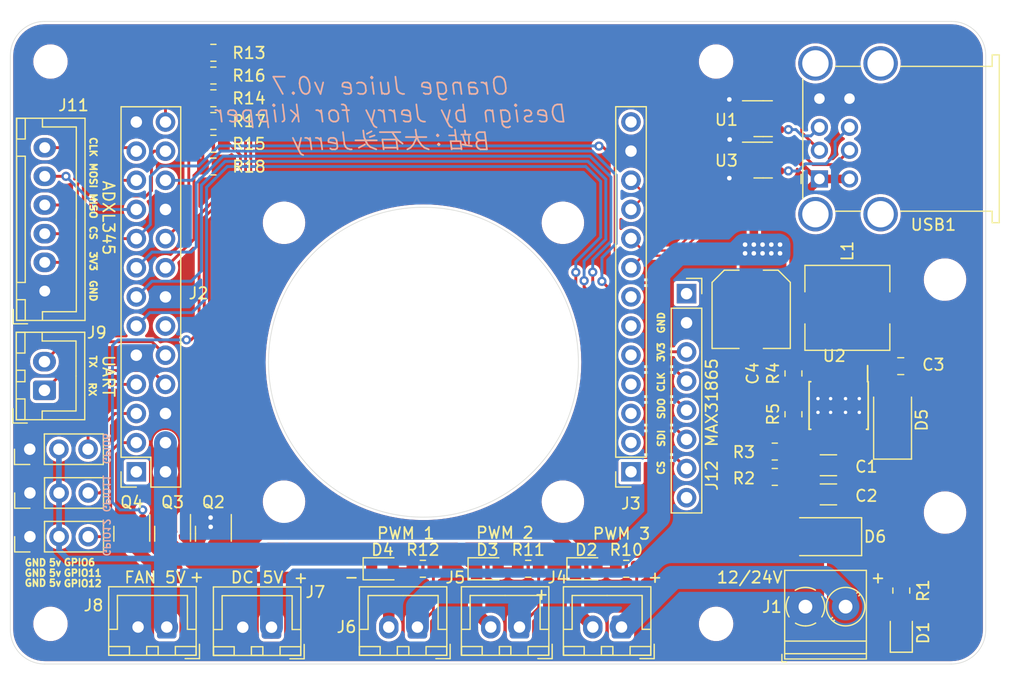
<source format=kicad_pcb>
(kicad_pcb (version 20211014) (generator pcbnew)
  (layers (0 "F.Cu" signal) (31 "B.Cu" signal) (34 "B.Paste" user) (35 "F.Paste" user) (36 "B.SilkS" user "B.Silkscreen") (37 "F.SilkS" user "F.Silkscreen") (38 "B.Mask" user) (39 "F.Mask" user) (44 "Edge.Cuts" user))
  (net 0 "")
  (net 1 "GND")
  (net 2 "BUCK_IN")
  (net 3 "BUCK_OUT")
  (net 4 "BUCK_PH")
  (net 5 "BUCK_BOOT")
  (net 6 "Net-(D1-Pad2)")
  (net 7 "Net-(D2-Pad1)")
  (net 8 "Net-(D2-Pad2)")
  (net 9 "Net-(D3-Pad1)")
  (net 10 "Net-(D3-Pad2)")
  (net 11 "Net-(D4-Pad1)")
  (net 12 "Net-(D4-Pad2)")
  (net 13 "BUCK_VSNS")
  (net 15 "UART1_RX")
  (net 16 "UART1_TX")
  (net 17 "GPIO_1_CS")
  (net 19 "GPIO_0_SDI")
  (net 20 "GPIO_3_SDO")
  (net 21 "GPIO_19")
  (net 22 "GPIO_18")
  (net 23 "SPI1_MOSI")
  (net 24 "SPI1_MISO")
  (net 25 "GPIO_2_CLK")
  (net 26 "SPI1_CLK")
  (net 27 "SPI1_CS")
  (net 28 "GPIO_10")
  (net 36 "USB3_D+")
  (net 37 "USB3_D-")
  (net 38 "USB2_D+")
  (net 39 "USB2_D-")
  (net 40 "Net-(Q2-Pad1)")
  (net 41 "Net-(Q3-Pad1)")
  (net 42 "Net-(Q4-Pad1)")
  (net 43 "BUCK_EN")
  (net 48 "PI_3.3V")
  (net 51 "USB2_Conn_D-")
  (net 52 "USB2_Conn_D+")
  (net 53 "USB3_Conn_D-")
  (net 54 "USB3_Conn_D+")
  (net 55 "GPIO12")
  (net 56 "GPIO11")
  (net 57 "GPIO6")
  (footprint "Package_TO_SOT_SMD:SOT-23" (layer "F.Cu") (at 104.14 104.648 -90)
    (property "Reference" "Q3")
    (property "Value" "AO3400A")
    (fp_text reference "Q3")
    (fp_text value "AO3400A")
  )
  (footprint "Package_TO_SOT_SMD:SOT-23" (layer "F.Cu") (at 107.696 104.648 -90)
    (property "Reference" "Q2")
    (property "Value" "AO3400A")
    (fp_text reference "Q2")
    (fp_text value "AO3400A")
  )
  (footprint "Diode_SMD:D_SMA" (layer "F.Cu") (at 166.878 94.742 90)
    (fp_text reference "D5")
    (fp_text value "B340A")
  )
  (footprint "Resistor_SMD:R_0805_2012Metric" (layer "F.Cu") (at 167.64 109.601 -90)
    (property "Reference" "R7")
    (property "Value" "4k7")
    (fp_text reference "R1")
    (fp_text value "4.7K")
  )
  (footprint "Connector_JST:JST_XH_B2B-XH-A_1x02_P2.50mm_Vertical" (layer "F.Cu") (at 92.975 92.15 90)
    (property "Reference" "J11")
    (property "Value" "CONN_UART")
    (fp_text reference "J9")
    (fp_text value "CONN_UART")
  )
  (footprint "Resistor_SMD:R_0805_2012Metric" (layer "F.Cu") (at 125.9515 107.701)
    (property "Reference" "R10")
    (property "Value" "4k7")
    (fp_text reference "R12")
    (fp_text value "4K7")
  )
  (footprint "Resistor_SMD:R_0805_2012Metric" (layer "F.Cu") (at 107.696 68.6816 180)
    (property "Reference" "R9")
    (property "Value" "10k")
    (fp_text reference "R17")
    (fp_text value "10K")
  )
  (footprint "Capacitor_SMD:C_Elec_6.3x5.4" (layer "F.Cu") (at 154.559 85.09 -90)
    (fp_text reference "C4")
    (fp_text value "220uF")
  )
  (footprint "Resistor_SMD:R_0805_2012Metric" (layer "F.Cu") (at 107.696 62.738 180)
    (property "Reference" "R5")
    (property "Value" "100")
    (fp_text reference "R13")
    (fp_text value "100")
  )
  (footprint "Capacitor_SMD:C_0805_2012Metric" (layer "F.Cu") (at 167.5892 90.043 180)
    (fp_text reference "C3")
    (fp_text value "10nF")
  )
  (footprint "LED_SMD:LED_0805_2012Metric" (layer "F.Cu") (at 131.572 107.701)
    (property "Reference" "D3")
    (property "Value" "PWM2_STATUS")
    (fp_text reference "D3")
    (fp_text value "PWM2_STATUS")
  )
  (footprint "Connector_PinSocket_2.54mm:PinSocket_2x13_P2.54mm_Vertical" (layer "F.Cu") (at 100.98 99.25 180)
    (property "Reference" "J4")
    (property "Value" "OrangePi Zero GPIO PINs")
    (fp_text reference "J2")
    (fp_text value "OrangePi Zero GPIO PINs")
  )
  (footprint "Connector_PinSocket_2.54mm:PinSocket_1x13_P2.54mm_Vertical" (layer "F.Cu") (at 144.085 99.245 180)
    (property "Reference" "J7")
    (property "Value" "OrangePi Zero Function Interface")
    (fp_text reference "J3")
    (fp_text value "OrangePi Zero Function Interface")
  )
  (footprint "Resistor_SMD:R_0805_2012Metric" (layer "F.Cu") (at 107.696 72.644 180)
    (property "Reference" "R15")
    (property "Value" "10k")
    (fp_text reference "R18")
    (fp_text value "10K")
  )
  (footprint "Connector_JST:JST_XH_B2B-XH-A_1x02_P2.50mm_Vertical" (layer "F.Cu") (at 103.632 112.776 180)
    (property "Reference" "J9")
    (property "Value" "PWR_5v")
    (fp_text reference "J8")
    (fp_text value "PWR_5v")
  )
  (footprint "Connector_JST:JST_XH_B2B-XH-A_1x02_P2.50mm_Vertical" (layer "F.Cu") (at 125.476 112.781 180)
    (property "Reference" "J15")
    (property "Value" "PWM_OUT3")
    (fp_text reference "J6")
    (fp_text value "PWM_OUT3")
  )
  (footprint "Resistor_SMD:R_0805_2012Metric" (layer "F.Cu") (at 107.696 70.6628 180)
    (property "Reference" "R14")
    (property "Value" "100")
    (fp_text reference "R15")
    (fp_text value "100")
  )
  (footprint "LED_SMD:LED_0805_2012Metric" (layer "F.Cu") (at 167.64 113.284 90)
    (property "Reference" "D3")
    (property "Value" "PWM2_STATUS")
    (fp_text reference "D1")
    (fp_text value "LED_PWR")
  )
  (footprint "Resistor_SMD:R_0805_2012Metric" (layer "F.Cu") (at 107.696 64.7192 180)
    (property "Reference" "R6")
    (property "Value" "10k")
    (fp_text reference "R16")
    (fp_text value "10K")
  )
  (footprint "MountingHole:MountingHole_3.2mm_M3" (layer "F.Cu") (at 113.85 101.85)
    (property "Reference" "H7")
    (property "Value" "MH_FAN")
    (fp_text reference "H8" hide)
    (fp_text value "MH_FAN")
  )
  (footprint "LED_SMD:LED_0805_2012Metric" (layer "F.Cu") (at 140.1875 107.701)
    (property "Reference" "D2")
    (property "Value" "PWM1_STATUS")
    (fp_text reference "D2")
    (fp_text value "PWM1_STATUS")
  )
  (footprint "Resistor_SMD:R_0805_2012Metric" (layer "F.Cu") (at 158.242 90.678 -90)
    (fp_text reference "R4")
    (fp_text value "10K")
  )
  (footprint "MountingHole:MountingHole_3.2mm_M3" (layer "F.Cu") (at 138.15 77.55)
    (property "Reference" "H6")
    (property "Value" "MH_FAN")
    (fp_text reference "H5" hide)
    (fp_text value "MH_FAN")
  )
  (footprint "Connector_JST:JST_XH_B2B-XH-A_1x02_P2.50mm_Vertical" (layer "F.Cu") (at 134.366 112.776 180)
    (property "Reference" "J12")
    (property "Value" "PWM_OUT2")
    (fp_text reference "J5")
    (fp_text value "PWM_OUT2")
  )
  (footprint "Diode_SMD:D_SMA" (layer "F.Cu") (at 160.782 104.902 180)
    (fp_text reference "D6")
    (fp_text value "SMAJ24A")
  )
  (footprint "Package_SO:TI_SO-PowerPAD-8_ThermalVias" (layer "F.Cu") (at 162.179 93.472 -90)
    (fp_text reference "U2")
    (fp_text value "TPS5430DDA")
  )
  (footprint "Resistor_SMD:R_0805_2012Metric" (layer "F.Cu") (at 156.6164 99.695 180)
    (fp_text reference "R2")
    (fp_text value "100K")
  )
  (footprint "Package_TO_SOT_SMD:SOT-23" (layer "F.Cu") (at 100.584 104.648 -90)
    (property "Reference" "Q4")
    (property "Value" "AO3400A")
    (fp_text reference "Q4")
    (fp_text value "AO3400A")
  )
  (footprint "MountingHole:MountingHole_3.2mm_M3" (layer "F.Cu") (at 171.45 82.5)
    (property "Reference" "H9")
    (property "Value" "MH_MAX31865")
    (fp_text reference "H3" hide)
    (fp_text value "MH_MAX31865")
  )
  (footprint "Connector_JST:JST_XH_B6B-XH-A_1x06_P2.50mm_Vertical" (layer "F.Cu") (at 93 83.5 90)
    (property "Reference" "J3")
    (property "Value" "CONN_ADXL345")
    (fp_text reference "J11")
    (fp_text value "CONN_ADXL345")
  )
  (footprint "MountingHole:MountingHole_3.2mm_M3" (layer "F.Cu") (at 138.15 101.85)
    (property "Reference" "H8")
    (property "Value" "MH_FAN")
    (fp_text reference "H10" hide)
    (fp_text value "MH_FAN")
  )
  (footprint "Package_TO_SOT_SMD:SOT-23-6" (layer "F.Cu") (at 155.6004 68.4784)
    (fp_text reference "U1")
    (fp_text value "USBLC6-2SC6")
  )
  (footprint "Inductor_SMD:L_7.3x7.3_H4.5" (layer "F.Cu") (at 162.941 84.963 180)
    (fp_text reference "L1")
    (fp_text value "22uH")
  )
  (footprint "MountingHole:MountingHole_2.5mm" (layer "F.Cu") (at 93.5 63.5)
    (property "Reference" "")
    (property "Value" "MH_Board")
    (fp_text reference "")
    (fp_text value "MH_Board")
  )
  (footprint "MountingHole:MountingHole_2.5mm" (layer "F.Cu") (at 151.5 63.5)
    (property "Reference" "")
    (property "Value" "MH_Board")
    (fp_text reference "")
    (fp_text value "MH_Board")
  )
  (footprint "Resistor_SMD:R_0805_2012Metric" (layer "F.Cu") (at 107.696 66.7004 180)
    (property "Reference" "R8")
    (property "Value" "100")
    (fp_text reference "R14")
    (fp_text value "100")
  )
  (footprint "Resistor_SMD:R_0805_2012Metric" (layer "F.Cu") (at 156.6164 97.4852 180)
    (fp_text reference "R3")
    (fp_text value "25K")
  )
  (footprint "LED_SMD:LED_0805_2012Metric" (layer "F.Cu") (at 122.428 107.701)
    (property "Reference" "D4")
    (property "Value" "PWM3_STATUS")
    (fp_text reference "D4")
    (fp_text value "PWM3_STATUS")
  )
  (footprint "Resistor_SMD:R_0805_2012Metric" (layer "F.Cu") (at 158.242 94.234 -90)
    (fp_text reference "R5")
    (fp_text value "3.24K")
  )
  (footprint "TerminalBlock_Phoenix:TerminalBlock_Phoenix_PT-1,5-2-3.5-H_1x02_P3.50mm_Horizontal" (layer "F.Cu") (at 159.286 111)
    (property "Reference" "J2")
    (property "Value" "DC_INPUT")
    (fp_text reference "J1")
    (fp_text value "DC_IN")
  )
  (footprint "Resistor_SMD:R_0805_2012Metric" (layer "F.Cu") (at 143.6715 107.701)
    (property "Reference" "R4")
    (property "Value" "4k7")
    (fp_text reference "R10")
    (fp_text value "4K7")
  )
  (footprint "Connector_PinSocket_2.54mm:PinSocket_1x08_P2.54mm_Vertical" (layer "F.Cu") (at 148.925 83.725)
    (fp_text reference "J12")
    (fp_text value "Conn_01x08")
  )
  (footprint "Connector_JST:JST_XH_B2B-XH-A_1x02_P2.50mm_Vertical" (layer "F.Cu") (at 112.756 112.793 180)
    (property "Reference" "J8")
    (property "Value" "FAN_5v")
    (fp_text reference "J7")
    (fp_text value "FAN_5v")
  )
  (footprint "MountingHole:MountingHole_3.2mm_M3" (layer "F.Cu") (at 171.45 102.8)
    (property "Reference" "H10")
    (property "Value" "MH_MAX31865")
    (fp_text reference "H6" hide)
    (fp_text value "MH_MAX31865")
  )
  (footprint "MountingHole:MountingHole_2.5mm" (layer "F.Cu") (at 93.5 112.5)
    (property "Reference" "")
    (property "Value" "MH_Board")
    (fp_text reference "")
    (fp_text value "MH_Board")
  )
  (footprint "Connector_USB:USB_A_Wuerth_61400826021_Horizontal_Stacked" (layer "F.Cu") (at 160.506 73.731 90)
    (property "Reference" "USB1")
    (property "Value" "USB_A_Port_x2")
    (fp_text reference "USB1")
    (fp_text value "USB_A_Port_x2")
  )
  (footprint "MountingHole:MountingHole_2.5mm" (layer "F.Cu") (at 151.5 112.5)
    (property "Reference" "")
    (property "Value" "MH_Board")
    (fp_text reference "")
    (fp_text value "MH_Board")
  )
  (footprint "Connector_PinHeader_2.54mm:PinHeader_1x03_P2.54mm_Vertical" (layer "F.Cu") (at 91.694 97.282 90)
    (fp_text reference "")
    (fp_text value "GPIO6_Head")
  )
  (footprint "Capacitor_SMD:C_1206_3216Metric" (layer "F.Cu") (at 161.29 101.219 180)
    (fp_text reference "C2")
    (fp_text value "10uF")
  )
  (footprint "Connector_PinHeader_2.54mm:PinHeader_1x03_P2.54mm_Vertical" (layer "F.Cu") (at 91.709 104.902 90)
    (fp_text reference "")
    (fp_text value "GPIO12_Head")
  )
  (footprint "Connector_PinHeader_2.54mm:PinHeader_1x03_P2.54mm_Vertical" (layer "F.Cu") (at 91.709 101.092 90)
    (fp_text reference "")
    (fp_text value "GPIO11_Head")
  )
  (footprint "Capacitor_SMD:C_1206_3216Metric" (layer "F.Cu") (at 161.29 98.679 180)
    (fp_text reference "C1")
    (fp_text value "10uF")
  )
  (footprint "Resistor_SMD:R_0805_2012Metric" (layer "F.Cu") (at 135.128 107.701)
    (property "Reference" "R7")
    (property "Value" "4k7")
    (fp_text reference "R11")
    (fp_text value "4K7")
  )
  (footprint "Connector_JST:JST_XH_B2B-XH-A_1x02_P2.50mm_Vertical" (layer "F.Cu") (at 143.256 112.776 180)
    (property "Reference" "J10")
    (property "Value" "PWM_OUT1")
    (fp_text reference "J4")
    (fp_text value "PWM_OUT1")
  )
  (footprint "MountingHole:MountingHole_3.2mm_M3" (layer "F.Cu") (at 113.85 77.55)
    (property "Reference" "H5")
    (property "Value" "MH_FAN")
    (fp_text reference "H2" hide)
    (fp_text value "MH_FAN")
  )
  (footprint "Package_TO_SOT_SMD:SOT-23-6" (layer "F.Cu") (at 155.6004 72.0852)
    (fp_text reference "U3")
    (fp_text value "USBLC6-2SC6")
  )
  (gr_line locked (start 93 116) (end 172 116) (layer "Edge.Cuts") (width 0.05))
  (gr_arc locked (start 90 63) (mid 90.87868 60.87868) (end 93 60) (layer "Edge.Cuts") (width 0.05))
  (gr_line locked (start 175 63) (end 175 113) (layer "Edge.Cuts") (width 0.05))
  (gr_arc locked (start 172 60) (mid 174.12132 60.87868) (end 175 63) (layer "Edge.Cuts") (width 0.05))
  (gr_arc locked (start 93 116) (mid 90.87868 115.12132) (end 90 113) (layer "Edge.Cuts") (width 0.05))
  (gr_arc locked (start 175 113) (mid 174.12132 115.12132) (end 172 116) (layer "Edge.Cuts") (width 0.05))
  (gr_line locked (start 93 60) (end 172 60) (layer "Edge.Cuts") (width 0.05))
  (gr_line locked (start 90 63) (end 90 113) (layer "Edge.Cuts") (width 0.05))
  (gr_circle locked (center 126 89.7) (end 139.5 89.7) (layer "Edge.Cuts") (width 0.05) (fill none))
  (gr_text "Orange Juice v0.7\nDesign by Jerry for klipper\nB站：大石头Jerry" (at 123.2 68.05) (layer "B.SilkS") (effects (font (size 1.5 1.5) (thickness 0.15) italic) (justify mirror)))
  (gr_text "GPIO11" (at 98.37 101.13 270) (layer "B.SilkS") (effects (font (size 0.6 0.6) (thickness 0.12)) (justify mirror)))
  (gr_text "GPIO6" (at 98.37 97.23 270) (layer "B.SilkS") (effects (font (size 0.6 0.6) (thickness 0.12)) (justify mirror)))
  (gr_text "GPIO12" (at 98.37 104.97 270) (layer "B.SilkS") (effects (font (size 0.6 0.6) (thickness 0.12)) (justify mirror)))
  (gr_text "GND" (at 97.22 83.48 270) (layer "F.SilkS") (effects (font (size 0.6 0.6))))
  (gr_text "GPIO12" (at 96.31 108.98) (layer "F.SilkS") (effects (font (size 0.6 0.6))))
  (gr_text "SDI" (at 146.73 96.33 90) (layer "F.SilkS") (effects (font (size 0.6 0.6))))
  (gr_text "MOSI" (at 97.22 73.43 270) (layer "F.SilkS") (effects (font (size 0.6 0.6))))
  (gr_text "GPIO11" (at 96.31 108.07) (layer "F.SilkS") (effects (font (size 0.6 0.6))))
  (gr_text "CLK" (at 146.71 91.424285 90) (layer "F.SilkS") (effects (font (size 0.6 0.6))))
  (gr_text "PWM 1" (at 124.46 104.61) (layer "F.SilkS") (effects (font (size 1 1))))
  (gr_text "GND" (at 92.19 107.17) (layer "F.SilkS") (effects (font (size 0.6 0.6))))
  (gr_text "CS" (at 97.22 78.43 270) (layer "F.SilkS") (effects (font (size 0.6 0.6))))
  (gr_text "FAN 5V" (at 102.616 108.458) (layer "F.SilkS") (effects (font (size 1 1))))
  (gr_text "+" (at 106.172 108.458 90) (layer "F.SilkS") (effects (font (size 1 1))))
  (gr_text "GND" (at 92.19 108.07) (layer "F.SilkS") (effects (font (size 0.6 0.6))))
  (gr_text "MISO" (at 97.22 76.08 270) (layer "F.SilkS") (effects (font (size 0.6 0.6))))
  (gr_text "GND" (at 92.19 108.94) (layer "F.SilkS") (effects (font (size 0.6 0.6))))
  (gr_text "+" (at 115.316 108.458) (layer "F.SilkS") (effects (font (size 1 1))))
  (gr_text "12/24V" (at 154.432 108.458) (layer "F.SilkS") (effects (font (size 1 1))))
  (gr_text "3V3" (at 146.71 88.822857 90) (layer "F.SilkS") (effects (font (size 0.6 0.6))))
  (gr_text "RX" (at 97.15 92.06 270) (layer "F.SilkS") (effects (font (size 0.6 0.6))))
  (gr_text "CS" (at 146.71 98.9 90) (layer "F.SilkS") (effects (font (size 0.6 0.6))))
  (gr_text "5v" (at 93.9 108.07) (layer "F.SilkS") (effects (font (size 0.6 0.6))))
  (gr_text "GPIO6" (at 96.024286 107.15) (layer "F.SilkS") (effects (font (size 0.6 0.6))))
  (gr_text "+" (at 146.18 108.41) (layer "F.SilkS") (effects (font (size 1 1))))
  (gr_text "PWM 3" (at 143.256 104.648) (layer "F.SilkS") (effects (font (size 1 1))))
  (gr_text "UART" (at 98.55 90.91 270) (layer "F.SilkS") (effects (font (size 1 1))))
  (gr_text "+" (at 136.29 109.9) (layer "F.SilkS") (effects (font (size 1 1))))
  (gr_text "TX" (at 97.19 89.65 270) (layer "F.SilkS") (effects (font (size 0.6 0.6))))
  (gr_text "PWM 2" (at 133.096 104.56) (layer "F.SilkS") (effects (font (size 1 1))))
  (gr_text "5v" (at 93.9 108.94) (layer "F.SilkS") (effects (font (size 0.6 0.6))))
  (gr_text "ADXL345" (at 98.55 77.13 270) (layer "F.SilkS") (effects (font (size 1 1))))
  (gr_text "5v" (at 93.9 107.17) (layer "F.SilkS") (effects (font (size 0.6 0.6))))
  (gr_text "3V3" (at 97.22 80.9 270) (layer "F.SilkS") (effects (font (size 0.6 0.6))))
  (gr_text "SDO" (at 146.73 93.74 90) (layer "F.SilkS") (effects (font (size 0.6 0.6))))
  (gr_text "DC 5V" (at 111.506 108.458) (layer "F.SilkS") (effects (font (size 1 1))))
  (gr_text "+" (at 165.608 108.458) (layer "F.SilkS") (effects (font (size 1 1))))
  (gr_text "MAX31865" (at 151.13 93.218 90) (layer "F.SilkS") (effects (font (size 1 1))))
  (gr_text "GND" (at 146.72 86.26 90) (layer "F.SilkS") (effects (font (size 0.6 0.6))))
  (gr_text "-" (at 119.73 108.41) (layer "F.SilkS") (effects (font (size 1 1))))
  (gr_text "CLK" (at 97.22 70.95 270) (layer "F.SilkS") (effects (font (size 0.6 0.6))))
  (via (at 107.46 104.05) (size 0.8) (drill 0.4) (layers "F.Cu" "B.Cu") (net 1))
  (via (at 152.654 73.66) (size 0.8) (drill 0.4) (layers "F.Cu" "B.Cu") (net 1))
  (via (at 152.654 66.802) (size 0.8) (drill 0.4) (layers "F.Cu" "B.Cu") (net 1))
  (via (at 152.68 70.29) (size 0.8) (drill 0.4) (layers "F.Cu" "B.Cu") (net 1))
  (via (at 107.45 103.24) (size 0.8) (drill 0.4) (layers "F.Cu" "B.Cu") (net 1))
  (segment (start 151.59 91.1) (end 151.57 91.08) (width 0.25) (layer "B.Cu") (net 1))
  (segment (start 162.814 98.728) (end 162.814 99.695) (width 0.25) (layer "F.Cu") (net 2))
  (segment (start 167.64 108.6885) (end 162.9645 108.6885) (width 0.25) (layer "F.Cu") (net 2))
  (segment (start 136.0405 111.1015) (end 134.366 112.776) (width 0.25) (layer "F.Cu") (net 2))
  (segment (start 136.0405 107.701) (end 136.0405 111.1015) (width 0.25) (layer "F.Cu") (net 2))
  (segment (start 144.584 111.448) (end 143.256 112.776) (width 0.25) (layer "F.Cu") (net 2))
  (segment (start 126.864 107.701) (end 126.864 111.393) (width 0.25) (layer "F.Cu") (net 2))
  (segment (start 162.9645 108.6885) (end 162.782 108.506) (width 0.25) (layer "F.Cu") (net 2))
  (segment (start 162.765 98.679) (end 162.814 98.728) (width 0.25) (layer "F.Cu") (net 2))
  (segment (start 162.814 99.695) (end 162.56 99.949) (width 0.25) (layer "F.Cu") (net 2))
  (segment (start 144.584 107.701) (end 144.584 111.448) (width 0.25) (layer "F.Cu") (net 2))
  (segment (start 126.864 111.393) (end 125.476 112.781) (width 0.25) (layer "F.Cu") (net 2))
  (segment (start 162.782 108.506) (end 162.782 104.902) (width 0.25) (layer "F.Cu") (net 2))
  (segment (start 157.7829 99.949) (end 157.5289 99.695) (width 0.25) (layer "F.Cu") (net 2))
  (segment (start 162.56 99.949) (end 157.7829 99.949) (width 0.25) (layer "F.Cu") (net 2))
  (segment (start 145.922 110.318) (end 145.13 111.11) (width 2) (layer "B.Cu") (net 2))
  (segment (start 147.662 108.578) (end 147.662 108.458) (width 2) (layer "B.Cu") (net 2))
  (segment (start 143.218 112.738) (end 143.256 112.776) (width 2) (layer "B.Cu") (net 2))
  (segment (start 145.922 109.728) (end 143.218 109.728) (width 2) (layer "B.Cu") (net 2))
  (segment (start 125.476 110.998) (end 125.476 112.781) (width 2) (layer "B.Cu") (net 2))
  (segment (start 145.13 111.11) (end 147.662 108.578) (width 2) (layer "B.Cu") (net 2))
  (segment (start 130.672 109.728) (end 126.746 109.728) (width 2) (layer "B.Cu") (net 2))
  (segment (start 162.786 110.208) (end 162.786 111) (width 2) (layer "B.Cu") (net 2))
  (segment (start 161.036 108.458) (end 147.662 108.458) (width 2) (layer "B.Cu") (net 2))
  (segment (start 143.464 112.776) (end 143.256 112.776) (width 2) (layer "B.Cu") (net 2))
  (segment (start 146.392 109.728) (end 145.922 109.728) (width 2) (layer "B.Cu") (net 2))
  (segment (start 137.668 109.728) (end 135.636 109.728) (width 2) (layer "B.Cu") (net 2))
  (segment (start 137.668 109.728) (end 130.672 109.728) (width 2) (layer "B.Cu") (net 2))
  (segment (start 145.922 109.728) (end 145.922 110.318) (width 2) (layer "B.Cu") (net 2))
  (segment (start 147.662 108.458) (end 146.392 109.728) (width 2) (layer "B.Cu") (net 2))
  (segment (start 126.746 109.728) (end 125.476 110.998) (width 2) (layer "B.Cu") (net 2))
  (segment (start 161.036 108.458) (end 162.786 110.208) (width 2) (layer "B.Cu") (net 2))
  (segment (start 143.218 109.728) (end 130.672 109.728) (width 2) (layer "B.Cu") (net 2))
  (segment (start 145.13 111.11) (end 143.464 112.776) (width 2) (layer "B.Cu") (net 2))
  (segment (start 135.636 109.728) (end 134.366 110.998) (width 2) (layer "B.Cu") (net 2))
  (segment (start 134.366 110.998) (end 134.366 112.776) (width 2) (layer "B.Cu") (net 2))
  (segment (start 154.0256 79.4512) (end 154.0256 79.4244) (width 0.5) (layer "F.Cu") (net 3))
  (segment (start 158.627 84.963) (end 158.242 85.348) (width 0.25) (layer "F.Cu") (net 3))
  (segment (start 154.79 78.95) (end 154.79 78.66) (width 0.75) (layer "F.Cu") (net 3))
  (segment (start 155.67588 71.80588) (end 155.9552 72.0852) (width 0.4) (layer "F.Cu") (net 3))
  (segment (start 159.627 74.61) (end 160.506 73.731) (width 0.75) (layer "F.Cu") (net 3))
  (segment (start 155.9552 72.0852) (end 156.7379 72.0852) (width 0.4) (layer "F.Cu") (net 3))
  (segment (start 154.7876 79.4512) (end 154.7876 78.9524) (width 0.75) (layer "F.Cu") (net 3))
  (segment (start 155.5496 79.4512) (end 155.5496 79.4196) (width 0.5) (layer "F.Cu") (net 3))
  (segment (start 154.79 78.66) (end 154.79 75.35) (width 0.75) (layer "F.Cu") (net 3))
  (segment (start 158.242 85.348) (end 158.242 89.7655) (width 0.25) (layer "F.Cu") (net 3))
  (segment (start 160.241 73.731) (end 160.506 73.731) (width 0.4) (layer "F.Cu") (net 3))
  (segment (start 155.9716 68.4784) (end 155.67588 68.77412) (width 0.4) (layer "F.Cu") (net 3))
  (segment (start 155.67588 68.77412) (end 155.67588 71.80588) (width 0.4) (layer "F.Cu") (net 3))
  (segment (start 156.7379 68.4784) (end 155.9716 68.4784) (width 0.4) (layer "F.Cu") (net 3))
  (segment (start 159.741 84.963) (end 158.627 84.963) (width 0.25) (layer "F.Cu") (net 3))
  (segment (start 155.53 74.61) (end 159.627 74.61) (width 0.75) (layer "F.Cu") (net 3))
  (segment (start 154.7876 78.9524) (end 154.79 78.95) (width 0.75) (layer "F.Cu") (net 3))
  (segment (start 155.5496 79.4196) (end 154.79 78.66) (width 0.5) (layer "F.Cu") (net 3))
  (segment (start 154.79 75.35) (end 155.53 74.61) (width 0.75) (layer "F.Cu") (net 3))
  (segment (start 94.234 101.077) (end 94.249 101.092) (width 0.25) (layer "F.Cu") (net 3))
  (segment (start 154.0256 79.4244) (end 154.79 78.66) (width 0.5) (layer "F.Cu") (net 3))
  (segment (start 156.7379 72.0852) (end 158.5952 72.0852) (width 0.4) (layer "F.Cu") (net 3))
  (segment (start 160.506 73.731) (end 163.126 73.731) (width 0.75) (layer "F.Cu") (net 3))
  (segment (start 158.5952 72.0852) (end 160.241 73.731) (width 0.4) (layer "F.Cu") (net 3))
  (via (at 154.0256 79.4512) (size 0.8) (drill 0.4) (layers "F.Cu" "B.Cu") (net 3))
  (via (at 155.5496 79.4512) (size 0.8) (drill 0.4) (layers "F.Cu" "B.Cu") (net 3))
  (via (at 156.3116 80.2132) (size 0.8) (drill 0.4) (layers "F.Cu" "B.Cu") (net 3))
  (via (at 154.0256 80.2132) (size 0.8) (drill 0.4) (layers "F.Cu" "B.Cu") (net 3))
  (via (at 157.0736 79.4512) (size 0.8) (drill 0.4) (layers "F.Cu" "B.Cu") (net 3))
  (via (at 154.7876 80.2132) (size 0.8) (drill 0.4) (layers "F.Cu" "B.Cu") (net 3))
  (via (at 156.3116 79.4512) (size 0.8) (drill 0.4) (layers "F.Cu" "B.Cu") (net 3))
  (via (at 155.5496 80.2132) (size 0.8) (drill 0.4) (layers "F.Cu" "B.Cu") (net 3))
  (via (at 154.7876 79.4512) (size 0.8) (drill 0.4) (layers "F.Cu" "B.Cu") (net 3))
  (via (at 157.0736 80.2132) (size 0.8) (drill 0.4) (layers "F.Cu" "B.Cu") (net 3))
  (segment (start 94.249 106.099) (end 94.96 106.81) (width 0.5) (layer "B.Cu") (net 3))
  (segment (start 151.511 80.264) (end 148.209 80.264) (width 2) (layer "B.Cu") (net 3))
  (segment (start 143.304 106.426) (end 146.5 103.23) (width 2) (layer "B.Cu") (net 3))
  (segment (start 94.234 101.077) (end 94.249 101.092) (width 0.5) (layer "B.Cu") (net 3))
  (segment (start 114.046 106.426) (end 103.886 106.426) (width 2) (layer "B.Cu") (net 3))
  (segment (start 114.046 106.426) (end 112.756 107.716) (width 2) (layer "B.Cu") (net 3))
  (segment (start 114.046 106.426) (end 143.304 106.426) (width 2) (layer "B.Cu") (net 3))
  (segment (start 156.972 79.502) (end 156.972 80.264) (width 2) (layer "B.Cu") (net 3))
  (segment (start 153.924 79.502) (end 153.162 80.264) (width 2) (layer "B.Cu") (net 3))
  (segment (start 94.234 97.282) (end 94.234 101.077) (width 0.5) (layer "B.Cu") (net 3))
  (segment (start 156.972 79.502) (end 153.924 79.502) (width 2) (layer "B.Cu") (net 3))
  (segment (start 94.249 104.902) (end 94.249 106.099) (width 0.5) (layer "B.Cu") (net 3))
  (segment (start 103.52 112.664) (end 103.632 112.776) (width 2) (layer "B.Cu") (net 3))
  (segment (start 103.502 106.81) (end 103.52 106.792) (width 0.5) (layer "B.Cu") (net 3))
  (segment (start 103.886 106.426) (end 103.52 106.792) (width 2) (layer "B.Cu") (net 3))
  (segment (start 94.249 104.902) (end 94.249 101.092) (width 0.5) (layer "B.Cu") (net 3))
  (segment (start 146.5 103.23) (end 146.5 81.973) (width 2) (layer "B.Cu") (net 3))
  (segment (start 112.756 107.716) (end 112.756 112.793) (width 2) (layer "B.Cu") (net 3))
  (segment (start 103.52 99.25) (end 103.52 106.792) (width 2) (layer "B.Cu") (net 3))
  (segment (start 153.162 80.264) (end 151.511 80.264) (width 2) (layer "B.Cu") (net 3))
  (segment (start 94.96 106.81) (end 103.502 106.81) (width 0.5) (layer "B.Cu") (net 3))
  (segment (start 156.972 80.264) (end 153.924 80.264) (width 2) (layer "B.Cu") (net 3))
  (segment (start 103.52 106.792) (end 103.52 112.664) (width 2) (layer "B.Cu") (net 3))
  (segment (start 148.209 80.264) (end 146.5 81.973) (width 2) (layer "B.Cu") (net 3))
  (segment (start 153.924 80.264) (end 151.511 80.264) (width 2) (layer "B.Cu") (net 3))
  (segment (start 103.52 96.71) (end 103.52 99.25) (width 2) (layer "B.Cu") (net 3))
  (segment (start 166.6392 90.043) (end 164.9222 90.043) (width 0.25) (layer "F.Cu") (net 5))
  (segment (start 164.9222 90.043) (end 164.1932 90.772) (width 0.25) (layer "F.Cu") (net 5))
  (segment (start 164.1932 90.772) (end 164.084 90.772) (width 0.25) (layer "F.Cu") (net 5))
  (segment (start 167.64 110.5135) (end 167.64 112.3465) (width 0.25) (layer "F.Cu") (net 6))
  (segment (start 111.76 104.648) (end 110.8225 105.5855) (width 1) (layer "F.Cu") (net 7))
  (segment (start 139.25 111.27) (end 140.756 112.776) (width 1) (layer "F.Cu") (net 7))
  (segment (start 139.25 107.701) (end 139.264 107.687) (width 1) (layer "F.Cu") (net 7))
  (segment (start 139.25 107.701) (end 139.25 111.27) (width 1) (layer "F.Cu") (net 7))
  (segment (start 110.8225 105.5855) (end 107.696 105.5855) (width 1) (layer "F.Cu") (net 7))
  (segment (start 137.414 104.648) (end 111.76 104.648) (width 1) (layer "F.Cu") (net 7))
  (segment (start 139.25 107.701) (end 139.25 106.484) (width 1) (layer "F.Cu") (net 7))
  (segment (start 139.25 106.484) (end 137.414 104.648) (width 1) (layer "F.Cu") (net 7))
  (segment (start 141.125 107.701) (end 142.759 107.701) (width 0.25) (layer "F.Cu") (net 8))
  (segment (start 105.7425 107.188) (end 104.14 105.5855) (width 1) (layer "F.Cu") (net 9))
  (segment (start 111.252 107.188) (end 105.7425 107.188) (width 1) (layer "F.Cu") (net 9))
  (segment (start 128.8515 105.918) (end 112.522 105.918) (width 1) (layer "F.Cu") (net 9))
  (segment (start 130.6345 107.701) (end 128.8515 105.918) (width 1) (layer "F.Cu") (net 9))
  (segment (start 130.6345 111.5445) (end 131.866 112.776) (width 1) (layer "F.Cu") (net 9))
  (segment (start 112.522 105.918) (end 111.252 107.188) (width 1) (layer "F.Cu") (net 9))
  (segment (start 130.6345 107.701) (end 130.6345 111.5445) (width 1) (layer "F.Cu") (net 9))
  (segment (start 132.5095 107.701) (end 134.2155 107.701) (width 0.25) (layer "F.Cu") (net 10))
  (segment (start 122.976 109.7345) (end 121.6995 108.458) (width 1) (layer "F.Cu") (net 11))
  (segment (start 122.976 112.781) (end 122.976 109.7345) (width 1) (layer "F.Cu") (net 11))
  (segment (start 103.4565 108.458) (end 100.584 105.5855) (width 1) (layer "F.Cu") (net 11))
  (segment (start 121.6995 108.458) (end 103.4565 108.458) (width 1) (layer "F.Cu") (net 11))
  (segment (start 123.3655 107.701) (end 125.039 107.701) (width 0.25) (layer "F.Cu") (net 12))
  (segment (start 158.242 93.3215) (end 158.242 91.5905) (width 0.25) (layer "F.Cu") (net 13))
  (segment (start 160.274 90.772) (end 160.18 90.678) (width 0.25) (layer "F.Cu") (net 13))
  (segment (start 159.4555 91.5905) (end 160.274 90.772) (width 0.25) (layer "F.Cu") (net 13))
  (segment (start 158.242 91.5905) (end 159.4555 91.5905) (width 0.25) (layer "F.Cu") (net 13))
  (segment (start 92.975 89.65) (end 92.976 89.65) (width 0.25) (layer "F.Cu") (net 15))
  (segment (start 102.345489 87.915489) (end 103.52 89.09) (width 0.25) (layer "F.Cu") (net 15))
  (segment (start 94.710511 87.915489) (end 102.345489 87.915489) (width 0.25) (layer "F.Cu") (net 15))
  (segment (start 92.976 89.65) (end 94.710511 87.915489) (width 0.25) (layer "F.Cu") (net 15))
  (segment (start 102.314 90.424) (end 103.52 91.63) (width 0.25) (layer "F.Cu") (net 16))
  (segment (start 94.742 90.424) (end 102.314 90.424) (width 0.25) (layer "F.Cu") (net 16))
  (segment (start 93.016 92.15) (end 94.742 90.424) (width 0.25) (layer "F.Cu") (net 16))
  (segment (start 92.975 92.15) (end 93.016 92.15) (width 0.25) (layer "F.Cu") (net 16))
  (segment (start 143.60899 98.01) (end 147.97 98.01) (width 0.25) (layer "F.Cu") (net 17))
  (segment (start 139.2755 81.865562) (end 139.2755 83.22406) (width 0.25) (layer "F.Cu") (net 17))
  (segment (start 147.97 98.01) (end 148.91 98.95) (width 0.25) (layer "F.Cu") (net 17))
  (segment (start 141.10144 85.05) (end 141.10144 95.50245) (width 0.25) (layer "F.Cu") (net 17))
  (segment (start 141.10144 95.50245) (end 143.60899 98.01) (width 0.25) (layer "F.Cu") (net 17))
  (segment (start 139.2755 83.22406) (end 141.10144 85.05) (width 0.25) (layer "F.Cu") (net 17))
  (via (at 139.2755 81.865562) (size 0.8) (drill 0.4) (layers "F.Cu" "B.Cu") (net 17))
  (segment (start 107.1 84.1) (end 107.1 74.457154) (width 0.25) (layer "B.Cu") (net 17))
  (segment (start 141.439941 78.802905) (end 139.2755 80.967346) (width 0.25) (layer "B.Cu") (net 17))
  (segment (start 141.439941 73.947095) (end 141.439941 78.802905) (width 0.25) (layer "B.Cu") (net 17))
  (segment (start 107.1 74.457154) (end 108.908594 72.64856) (width 0.25) (layer "B.Cu") (net 17))
  (segment (start 139.2755 80.967346) (end 139.2755 81.865562) (width 0.25) (layer "B.Cu") (net 17))
  (segment (start 108.908594 72.64856) (end 140.141406 72.64856) (width 0.25) (layer "B.Cu") (net 17))
  (segment (start 100.98 86.55) (end 102.154511 85.375489) (width 0.25) (layer "B.Cu") (net 17))
  (segment (start 102.154511 85.375489) (end 105.824511 85.375489) (width 0.25) (layer "B.Cu") (net 17))
  (segment (start 105.824511 85.375489) (end 107.1 84.1) (width 0.25) (layer "B.Cu") (net 17))
  (segment (start 140.141406 72.64856) (end 141.439941 73.947095) (width 0.25) (layer "B.Cu") (net 17))
  (segment (start 140 83.14904) (end 141.55096 84.7) (width 0.25) (layer "F.Cu") (net 19))
  (segment (start 147.93 95.43) (end 148.91 96.41) (width 0.25) (layer "F.Cu") (net 19))
  (segment (start 141.55096 84.7) (end 141.55096 93.41197) (width 0.25) (layer "F.Cu") (net 19))
  (segment (start 141.55096 93.41197) (end 143.56899 95.43) (width 0.25) (layer "F.Cu") (net 19))
  (segment (start 143.56899 95.43) (end 147.93 95.43) (width 0.25) (layer "F.Cu") (net 19))
  (segment (start 140 82.6) (end 140 83.14904) (width 0.25) (layer "F.Cu") (net 19))
  (via (at 140 82.6) (size 0.8) (drill 0.4) (layers "F.Cu" "B.Cu") (net 19))
  (segment (start 106.64952 74.271916) (end 108.722396 72.19904) (width 0.25) (layer "B.Cu") (net 19))
  (segment (start 105.755489 82.644511) (end 106.64952 81.75048) (width 0.25) (layer "B.Cu") (net 19))
  (segment (start 141.889461 73.760897) (end 141.889461 78.989103) (width 0.25) (layer "B.Cu") (net 19))
  (segment (start 140 80.878564) (end 140 82.6) (width 0.25) (layer "B.Cu") (net 19))
  (segment (start 106.64952 81.75048) (end 106.64952 74.271916) (width 0.25) (layer "B.Cu") (net 19))
  (segment (start 102.345489 82.644511) (end 105.755489 82.644511) (width 0.25) (layer "B.Cu") (net 19))
  (segment (start 100.98 84.01) (end 102.345489 82.644511) (width 0.25) (layer "B.Cu") (net 19))
  (segment (start 108.722396 72.19904) (end 140.327604 72.19904) (width 0.25) (layer "B.Cu") (net 19))
  (segment (start 141.889461 78.989103) (end 140 80.878564) (width 0.25) (layer "B.Cu") (net 19))
  (segment (start 140.327604 72.19904) (end 141.889461 73.760897) (width 0.25) (layer "B.Cu") (net 19))
  (segment (start 142.00048 84.3) (end 142.00048 91.40048) (width 0.25) (layer "F.Cu") (net 20))
  (segment (start 140.75 83.04952) (end 142.00048 84.3) (width 0.25) (layer "F.Cu") (net 20))
  (segment (start 140.75 81.85) (end 140.75 83.04952) (width 0.25) (layer "F.Cu") (net 20))
  (segment (start 147.99 92.95) (end 148.91 93.87) (width 0.25) (layer "F.Cu") (net 20))
  (segment (start 142.45 91.85) (end 143.55 92.95) (width 0.25) (layer "F.Cu") (net 20))
  (segment (start 143.55 92.95) (end 147.99 92.95) (width 0.25) (layer "F.Cu") (net 20))
  (segment (start 142.00048 91.40048) (end 142.45 91.85) (width 0.25) (layer "F.Cu") (net 20))
  (via (at 140.75 81.85) (size 0.8) (drill 0.4) (layers "F.Cu" "B.Cu") (net 20))
  (segment (start 100.98 81.47) (end 102.345489 80.104511) (width 0.25) (layer "B.Cu") (net 20))
  (segment (start 105.745489 80.104511) (end 106.2 79.65) (width 0.25) (layer "B.Cu") (net 20))
  (segment (start 142.338981 79.175301) (end 140.75 80.764282) (width 0.25) (layer "B.Cu") (net 20))
  (segment (start 140.75 80.764282) (end 140.75 81.85) (width 0.25) (layer "B.Cu") (net 20))
  (segment (start 108.536198 71.74952) (end 140.513802 71.74952) (width 0.25) (layer "B.Cu") (net 20))
  (segment (start 106.2 79.65) (end 106.2 74.085718) (width 0.25) (layer "B.Cu") (net 20))
  (segment (start 140.513802 71.74952) (end 142.338981 73.5747) (width 0.25) (layer "B.Cu") (net 20))
  (segment (start 142.338981 73.5747) (end 142.338981 79.175301) (width 0.25) (layer "B.Cu") (net 20))
  (segment (start 106.2 74.085718) (end 108.536198 71.74952) (width 0.25) (layer "B.Cu") (net 20))
  (segment (start 102.345489 80.104511) (end 105.745489 80.104511) (width 0.25) (layer "B.Cu") (net 20))
  (segment (start 106.775 70.6628) (end 106.775 72.6355) (width 0.25) (layer "F.Cu") (net 21))
  (segment (start 106.00144 78.98856) (end 106.00144 73.42606) (width 0.25) (layer "F.Cu") (net 21))
  (segment (start 103.52 81.47) (end 106.00144 78.98856) (width 0.25) (layer "F.Cu") (net 21))
  (segment (start 106.775 72.6355) (end 106.7835 72.644) (width 0.25) (layer "F.Cu") (net 21))
  (segment (start 106.00144 73.42606) (end 106.7835 72.644) (width 0.25) (layer "F.Cu") (net 21))
  (segment (start 105.55192 69.91318) (end 106.7835 68.6816) (width 0.25) (layer "F.Cu") (net 22))
  (segment (start 105.55192 76.89808) (end 105.55192 69.91318) (width 0.25) (layer "F.Cu") (net 22))
  (segment (start 103.52 78.93) (end 105.55192 76.89808) (width 0.25) (layer "F.Cu") (net 22))
  (segment (start 106.7835 68.6816) (end 106.7835 66.7004) (width 0.25) (layer "F.Cu") (net 22))
  (segment (start 93 73.5) (end 94.85 73.5) (width 0.25) (layer "F.Cu") (net 23))
  (via (at 94.85 73.5) (size 0.8) (drill 0.4) (layers "F.Cu" "B.Cu") (net 23))
  (segment (start 97.74 76.39) (end 100.98 76.39) (width 0.25) (layer "B.Cu") (net 23))
  (segment (start 94.85 73.5) (end 97.74 76.39) (width 0.25) (layer "B.Cu") (net 23))
  (segment (start 95.5 76) (end 95.85 75.65) (width 0.25) (layer "F.Cu") (net 24))
  (segment (start 96.2 73.85) (end 100.98 73.85) (width 0.25) (layer "F.Cu") (net 24))
  (segment (start 95.85 75.65) (end 95.85 74.2) (width 0.25) (layer "F.Cu") (net 24))
  (segment (start 95.85 74.2) (end 96.2 73.85) (width 0.25) (layer "F.Cu") (net 24))
  (segment (start 93 76) (end 95.5 76) (width 0.25) (layer "F.Cu") (net 24))
  (segment (start 142.45 83.55) (end 142.45 89.23101) (width 0.25) (layer "F.Cu") (net 25))
  (segment (start 141.55 82.65) (end 142.45 83.55) (width 0.25) (layer "F.Cu") (net 25))
  (segment (start 143.55899 90.34) (end 147.92 90.34) (width 0.25) (layer "F.Cu") (net 25))
  (segment (start 142.45 89.23101) (end 143.55899 90.34) (width 0.25) (layer "F.Cu") (net 25))
  (segment (start 147.92 90.34) (end 148.91 91.33) (width 0.25) (layer "F.Cu") (net 25))
  (via (at 141.55 82.65) (size 0.8) (drill 0.4) (layers "F.Cu" "B.Cu") (net 25))
  (segment (start 140.7 71.3) (end 142.788501 73.388503) (width 0.25) (layer "B.Cu") (net 25))
  (segment (start 142.788501 79.361499) (end 141.55 80.6) (width 0.25) (layer "B.Cu") (net 25))
  (segment (start 141.55 80.6) (end 141.55 82.65) (width 0.25) (layer "B.Cu") (net 25))
  (segment (start 142.788501 73.388503) (end 142.788501 79.361499) (width 0.25) (layer "B.Cu") (net 25))
  (segment (start 105.8 73.85) (end 108.35 71.3) (width 0.25) (layer "B.Cu") (net 25))
  (segment (start 108.35 71.3) (end 140.7 71.3) (width 0.25) (layer "B.Cu") (net 25))
  (segment (start 103.52 73.85) (end 105.8 73.85) (width 0.25) (layer "B.Cu") (net 25))
  (segment (start 93 71) (end 100.67 71) (width 0.25) (layer "F.Cu") (net 26))
  (segment (start 100.67 71) (end 100.98 71.31) (width 0.25) (layer "F.Cu") (net 26))
  (segment (start 97 75.6) (end 97.384511 75.215489) (width 0.25) (layer "F.Cu") (net 27))
  (segment (start 96.7 78.5) (end 97 78.2) (width 0.25) (layer "F.Cu") (net 27))
  (segment (start 102.54 71.31) (end 103.52 71.31) (width 0.25) (layer "F.Cu") (net 27))
  (segment (start 102.3 71.55) (end 102.54 71.31) (width 0.25) (layer "F.Cu") (net 27))
  (segment (start 93 78.5) (end 96.7 78.5) (width 0.25) (layer "F.Cu") (net 27))
  (segment (start 97 78.2) (end 97 75.6) (width 0.25) (layer "F.Cu") (net 27))
  (segment (start 102.3 74.75) (end 102.3 71.55) (width 0.25) (layer "F.Cu") (net 27))
  (segment (start 101.834511 75.215489) (end 102.3 74.75) (width 0.25) (layer "F.Cu") (net 27))
  (segment (start 97.384511 75.215489) (end 101.834511 75.215489) (width 0.25) (layer "F.Cu") (net 27))
  (segment (start 103.52 65.39) (end 104.1908 64.7192) (width 0.25) (layer "F.Cu") (net 28))
  (segment (start 106.7835 62.738) (end 106.7835 64.7192) (width 0.25) (layer "F.Cu") (net 28))
  (segment (start 103.52 68.77) (end 103.52 65.39) (width 0.25) (layer "F.Cu") (net 28))
  (segment (start 104.1908 64.7192) (end 106.7835 64.7192) (width 0.25) (layer "F.Cu") (net 28))
  (segment (start 145.129999 80.420001) (end 148.091799 80.420001) (width 0.2) (layer "F.Cu") (net 36))
  (segment (start 144.085 81.465) (end 145.129999 80.420001) (width 0.2) (layer "F.Cu") (net 36))
  (segment (start 154.11242 72.68472) (end 154.4629 73.0352) (width 0.2) (layer "F.Cu") (net 36))
  (segment (start 150.1358 78.376) (end 150.1358 73.2452) (width 0.2) (layer "F.Cu") (net 36))
  (segment (start 148.091799 80.420001) (end 150.1358 78.376) (width 0.2) (layer "F.Cu") (net 36))
  (segment (start 151.070799 72.310201) (end 153.389684 72.310201) (width 0.2) (layer "F.Cu") (net 36))
  (segment (start 150.1358 73.2452) (end 151.070799 72.310201) (width 0.2) (layer "F.Cu") (net 36))
  (segment (start 153.764203 72.68472) (end 154.11242 72.68472) (width 0.2) (layer "F.Cu") (net 36))
  (segment (start 153.389684 72.310201) (end 153.764203 72.68472) (width 0.2) (layer "F.Cu") (net 36))
  (segment (start 143.995 81.495) (end 144 81.5) (width 0.25) (layer "F.Cu") (net 36))
  (segment (start 150.884401 71.860199) (end 153.389684 71.860199) (width 0.2) (layer "F.Cu") (net 37))
  (segment (start 153.389684 71.860199) (end 153.764203 71.48568) (width 0.2) (layer "F.Cu") (net 37))
  (segment (start 149.6858 78.1896) (end 149.6858 73.0588) (width 0.2) (layer "F.Cu") (net 37))
  (segment (start 147.905401 79.969999) (end 149.6858 78.1896) (width 0.2) (layer "F.Cu") (net 37))
  (segment (start 145.129999 79.969999) (end 147.905401 79.969999) (width 0.2) (layer "F.Cu") (net 37))
  (segment (start 153.764203 71.48568) (end 154.11242 71.48568) (width 0.2) (layer "F.Cu") (net 37))
  (segment (start 149.6858 73.0588) (end 150.884401 71.860199) (width 0.2) (layer "F.Cu") (net 37))
  (segment (start 144.085 78.925) (end 145.129999 79.969999) (width 0.2) (layer "F.Cu") (net 37))
  (segment (start 154.11242 71.48568) (end 154.4629 71.1352) (width 0.2) (layer "F.Cu") (net 37))
  (segment (start 143.995 78.955) (end 144.057 78.955) (width 0.2) (layer "F.Cu") (net 37))
  (segment (start 145.129999 75.340001) (end 146.821799 75.340001) (width 0.2) (layer "F.Cu") (net 38))
  (segment (start 147.8498 70.1972) (end 149.343599 68.703401) (width 0.2) (layer "F.Cu") (net 38))
  (segment (start 147.8498 74.312) (end 147.8498 70.1972) (width 0.2) (layer "F.Cu") (net 38))
  (segment (start 146.821799 75.340001) (end 147.8498 74.312) (width 0.2) (layer "F.Cu") (net 38))
  (segment (start 149.343599 68.703401) (end 153.389684 68.703401) (width 0.2) (layer "F.Cu") (net 38))
  (segment (start 153.764203 69.07792) (end 154.11242 69.07792) (width 0.2) (layer "F.Cu") (net 38))
  (segment (start 154.11242 69.07792) (end 154.4629 69.4284) (width 0.2) (layer "F.Cu") (net 38))
  (segment (start 144.085 76.385) (end 145.129999 75.340001) (width 0.2) (layer "F.Cu") (net 38))
  (segment (start 153.389684 68.703401) (end 153.764203 69.07792) (width 0.2) (layer "F.Cu") (net 38))
  (segment (start 145.129999 74.889999) (end 146.635401 74.889999) (width 0.2) (layer "F.Cu") (net 39))
  (segment (start 144.085 73.845) (end 145.129999 74.889999) (width 0.2) (layer "F.Cu") (net 39))
  (segment (start 144.375 73.875) (end 143.995 73.875) (width 0.25) (layer "F.Cu") (net 39))
  (segment (start 147.3998 74.1256) (end 147.3998 70.0108) (width 0.2) (layer "F.Cu") (net 39))
  (segment (start 153.389684 68.253399) (end 153.764203 67.87888) (width 0.2) (layer "F.Cu") (net 39))
  (segment (start 149.157201 68.253399) (end 153.389684 68.253399) (width 0.2) (layer "F.Cu") (net 39))
  (segment (start 154.11242 67.87888) (end 154.4629 67.5284) (width 0.2) (layer "F.Cu") (net 39))
  (segment (start 153.764203 67.87888) (end 154.11242 67.87888) (width 0.2) (layer "F.Cu") (net 39))
  (segment (start 147.3998 70.0108) (end 149.157201 68.253399) (width 0.2) (layer "F.Cu") (net 39))
  (segment (start 146.635401 74.889999) (end 147.3998 74.1256) (width 0.2) (layer "F.Cu") (net 39))
  (segment (start 110.95 73.671435) (end 107.35 77.271435) (width 0.25) (layer "F.Cu") (net 40))
  (segment (start 108.988 62.738) (end 110.95 64.7) (width 0.25) (layer "F.Cu") (net 40))
  (segment (start 107.35 77.271435) (end 107.35 101.254) (width 0.25) (layer "F.Cu") (net 40))
  (segment (start 107.35 101.254) (end 108.646 102.55) (width 0.25) (layer "F.Cu") (net 40))
  (segment (start 110.95 64.7) (end 110.95 73.671435) (width 0.25) (layer "F.Cu") (net 40))
  (segment (start 108.6085 62.738) (end 108.988 62.738) (width 0.25) (layer "F.Cu") (net 40))
  (segment (start 108.646 102.55) (end 108.646 103.7105) (width 0.25) (layer "F.Cu") (net 40))
  (segment (start 108.6085 66.7004) (end 109.1004 66.7004) (width 0.25) (layer "F.Cu") (net 41))
  (segment (start 105.09 103.01) (end 105.09 103.7105) (width 0.25) (layer "F.Cu") (net 41))
  (segment (start 110.49952 68.09952) (end 110.49952 73.486197) (width 0.25) (layer "F.Cu") (net 41))
  (segment (start 106.90048 101.19952) (end 105.09 103.01) (width 0.25) (layer "F.Cu") (net 41))
  (segment (start 109.1004 66.7004) (end 110.49952 68.09952) (width 0.25) (layer "F.Cu") (net 41))
  (segment (start 110.49952 73.486197) (end 106.90048 77.085237) (width 0.25) (layer "F.Cu") (net 41))
  (segment (start 106.90048 77.085237) (end 106.90048 101.19952) (width 0.25) (layer "F.Cu") (net 41))
  (segment (start 101.53 102.57) (end 101.53 103.7065) (width 0.25) (layer "F.Cu") (net 42))
  (segment (start 108.6 70.6628) (end 109.0628 70.6628) (width 0.25) (layer "F.Cu") (net 42))
  (segment (start 110.05 73.299999) (end 106.45096 76.899039) (width 0.25) (layer "F.Cu") (net 42))
  (segment (start 110.05 71.65) (end 110.05 73.299999) (width 0.25) (layer "F.Cu") (net 42))
  (segment (start 106.45096 76.899039) (end 106.45096 87.04904) (width 0.25) (layer "F.Cu") (net 42))
  (segment (start 106.45096 87.04904) (end 105.75 87.75) (width 0.25) (layer "F.Cu") (net 42))
  (segment (start 105.75 87.75) (end 105.35 87.75) (width 0.25) (layer "F.Cu") (net 42))
  (segment (start 101.53 103.7065) (end 101.534 103.7105) (width 0.25) (layer "F.Cu") (net 42))
  (segment (start 109.0628 70.6628) (end 110.05 71.65) (width 0.25) (layer "F.Cu") (net 42))
  (via (at 105.35 87.75) (size 0.8) (drill 0.4) (layers "F.Cu" "B.Cu") (net 42))
  (via (at 101.53 102.57) (size 0.8) (drill 0.4) (layers "F.Cu" "B.Cu") (net 42))
  (segment (start 98.9 101.91) (end 99.56 102.57) (width 0.25) (layer "B.Cu") (net 42))
  (segment (start 98.9 96.868) (end 98.9 101.91) (width 0.25) (layer "B.Cu") (net 42))
  (segment (start 101.37 102.41) (end 101.53 102.57) (width 0.25) (layer "B.Cu") (net 42))
  (segment (start 99.56 102.57) (end 101.53 102.57) (width 0.25) (layer "B.Cu") (net 42))
  (segment (start 99.4 87.75) (end 98.9 88.25) (width 0.25) (layer "B.Cu") (net 42))
  (segment (start 98.9 88.25) (end 98.9 96.868) (width 0.25) (layer "B.Cu") (net 42))
  (segment (start 105.35 87.75) (end 99.4 87.75) (width 0.25) (layer "B.Cu") (net 42))
  (segment (start 98.9 96.868) (end 98.9 97) (width 0.25) (layer "B.Cu") (net 42))
  (segment (start 101.36 102.41) (end 101.37 102.41) (width 0.25) (layer "B.Cu") (net 42))
  (segment (start 160.114 96.012) (end 160.274 96.172) (width 0.25) (layer "F.Cu") (net 43))
  (segment (start 157.72 96.33) (end 160.116 96.33) (width 0.25) (layer "F.Cu") (net 43))
  (segment (start 157.2768 98.6028) (end 157.5289 98.3507) (width 0.25) (layer "F.Cu") (net 43))
  (segment (start 155.7039 98.8041) (end 155.9052 98.6028) (width 0.25) (layer "F.Cu") (net 43))
  (segment (start 160.116 96.33) (end 160.274 96.172) (width 0.25) (layer "F.Cu") (net 43))
  (segment (start 157.5289 97.4852) (end 157.5289 96.5211) (width 0.25) (layer "F.Cu") (net 43))
  (segment (start 155.7039 99.695) (end 155.7039 98.8041) (width 0.25) (layer "F.Cu") (net 43))
  (segment (start 155.9052 98.6028) (end 157.2768 98.6028) (width 0.25) (layer "F.Cu") (net 43))
  (segment (start 157.5289 96.5211) (end 157.72 96.33) (width 0.25) (layer "F.Cu") (net 43))
  (segment (start 157.5289 98.3507) (end 157.5289 97.4852) (width 0.25) (layer "F.Cu") (net 43))
  (segment (start 143.16 82.77) (end 146.18 82.77) (width 0.25) (layer "F.Cu") (net 48))
  (segment (start 98.62 78.93) (end 100.98 78.93) (width 0.25) (layer "F.Cu") (net 48))
  (segment (start 142.7 82.31) (end 143.16 82.77) (width 0.25) (layer "F.Cu") (net 48))
  (segment (start 141.567309 70.867309) (end 142.7 72) (width 0.25) (layer "F.Cu") (net 48))
  (segment (start 142.7 72) (end 142.7 82.31) (width 0.25) (layer "F.Cu") (net 48))
  (segment (start 146.75 88.26) (end 147.28 88.79) (width 0.25) (layer "F.Cu") (net 48))
  (segment (start 98.2 80.7) (end 98.2 79.35) (width 0.25) (layer "F.Cu") (net 48))
  (segment (start 147.28 88.79) (end 148.91 88.79) (width 0.25) (layer "F.Cu") (net 48))
  (segment (start 98.2 79.35) (end 98.62 78.93) (width 0.25) (layer "F.Cu") (net 48))
  (segment (start 93 81) (end 96.05 81) (width 0.25) (layer "F.Cu") (net 48))
  (segment (start 97.9 81) (end 98.2 80.7) (width 0.25) (layer "F.Cu") (net 48))
  (segment (start 146.75 83.34) (end 146.75 88.26) (width 0.25) (layer "F.Cu") (net 48))
  (segment (start 96.05 81) (end 97.9 81) (width 0.25) (layer "F.Cu") (net 48))
  (segment (start 146.18 82.77) (end 146.75 83.34) (width 0.25) (layer "F.Cu") (net 48))
  (segment (start 141.291907 70.867309) (end 141.567309 70.867309) (width 0.25) (layer "F.Cu") (net 48))
  (via (at 141.291907 70.867309) (size 0.8) (drill 0.4) (layers "F.Cu" "B.Cu") (net 48))
  (segment (start 100.98 78.93) (end 102.2 77.71) (width 0.25) (layer "B.Cu") (net 48))
  (segment (start 140.886197 70.85048) (end 140.903026 70.867309) (width 0.25) (layer "B.Cu") (net 48))
  (segment (start 102.2 77.71) (end 102.2 75.55) (width 0.25) (layer "B.Cu") (net 48))
  (segment (start 104.35 72.6) (end 106.414282 72.6) (width 0.25) (layer "B.Cu") (net 48))
  (segment (start 108.163803 70.85048) (end 140.886197 70.85048) (width 0.25) (layer "B.Cu") (net 48))
  (segment (start 106.414282 72.6) (end 107.057141 71.957141) (width 0.25) (layer "B.Cu") (net 48))
  (segment (start 140.903026 70.867309) (end 141.291907 70.867309) (width 0.25) (layer "B.Cu") (net 48))
  (segment (start 103.10899 72.6) (end 104.35 72.6) (width 0.25) (layer "B.Cu") (net 48))
  (segment (start 102.2 73.50899) (end 103.10899 72.6) (width 0.25) (layer "B.Cu") (net 48))
  (segment (start 107.057141 71.957141) (end 108.163803 70.85048) (width 0.25) (layer "B.Cu") (net 48))
  (segment (start 102.2 75.55) (end 102.2 73.50899) (width 0.25) (layer "B.Cu") (net 48))
  (segment (start 158.96 68.69) (end 158.96 69.685) (width 0.25) (layer "F.Cu") (net 51))
  (segment (start 156.7379 67.5284) (end 157.7984 67.5284) (width 0.25) (layer "F.Cu") (net 51))
  (segment (start 158.96 69.685) (end 160.506 71.231) (width 0.25) (layer "F.Cu") (net 51))
  (segment (start 157.7984 67.5284) (end 158.96 68.69) (width 0.25) (layer "F.Cu") (net 51))
  (segment (start 160.4966 71.2216) (end 160.506 71.231) (width 0.25) (layer "B.Cu") (net 51))
  (segment (start 156.7379 69.4284) (end 157.7984 69.4284) (width 0.25) (layer "F.Cu") (net 52))
  (segment (start 157.7984 69.4284) (end 157.8 69.43) (width 0.25) (layer "F.Cu") (net 52))
  (segment (start 160.506 69.2624) (end 160.506 69.231) (width 0.25) (layer "F.Cu") (net 52))
  (via (at 157.8 69.43) (size 0.8) (drill 0.4) (layers "F.Cu" "B.Cu") (net 52))
  (segment (start 158.457 69.43) (end 159.004 69.977) (width 0.25) (layer "B.Cu") (net 52))
  (segment (start 159.004 69.977) (end 159.76 69.977) (width 0.25) (layer "B.Cu") (net 52))
  (segment (start 157.8 69.43) (end 158.457 69.43) (width 0.25) (layer "B.Cu") (net 52))
  (segment (start 159.76 69.977) (end 160.506 69.231) (width 0.25) (layer "B.Cu") (net 52))
  (segment (start 161.877 72.48) (end 163.126 71.231) (width 0.25) (layer "F.Cu") (net 53))
  (segment (start 156.7379 71.1352) (end 158.5952 71.1352) (width 0.25) (layer "F.Cu") (net 53))
  (segment (start 163.0774 71.231) (end 163.126 71.231) (width 0.2) (layer "F.Cu") (net 53))
  (segment (start 159.94 72.48) (end 161.877 72.48) (width 0.25) (layer "F.Cu") (net 53))
  (segment (start 158.5952 71.1352) (end 159.94 72.48) (width 0.25) (layer "F.Cu") (net 53))
  (segment (start 157.8052 73.0352) (end 157.81 73.04) (width 0.25) (layer "F.Cu") (net 54))
  (segment (start 156.7379 73.0352) (end 157.8052 73.0352) (width 0.25) (layer "F.Cu") (net 54))
  (via (at 157.8 73.03) (size 0.8) (drill 0.4) (layers "F.Cu" "B.Cu") (net 54))
  (segment (start 161.87 71.61) (end 161.87 70.487) (width 0.25) (layer "B.Cu") (net 54))
  (segment (start 159.28 72.41) (end 161.07 72.41) (width 0.25) (layer "B.Cu") (net 54))
  (segment (start 161.07 72.41) (end 161.87 71.61) (width 0.25) (layer "B.Cu") (net 54))
  (segment (start 157.81 73.04) (end 158.65 73.04) (width 0.25) (layer "B.Cu") (net 54))
  (segment (start 158.65 73.04) (end 159.28 72.41) (width 0.25) (layer "B.Cu") (net 54))
  (segment (start 161.87 70.487) (end 163.126 69.231) (width 0.25) (layer "B.Cu") (net 54))
  (segment (start 98.74752 97.48248) (end 98.74752 104.40248) (width 0.25) (layer "F.Cu") (net 55))
  (segment (start 100.98 96.71) (end 99.52 96.71) (width 0.25) (layer "F.Cu") (net 55))
  (segment (start 98.248 104.902) (end 96.789 104.902) (width 0.25) (layer "F.Cu") (net 55))
  (segment (start 99.52 96.71) (end 98.74752 97.48248) (width 0.25) (layer "F.Cu") (net 55))
  (segment (start 98.74752 104.40248) (end 98.248 104.902) (width 0.25) (layer "F.Cu") (net 55))
  (segment (start 99.124 94.17) (end 100.98 94.17) (width 0.25) (layer "F.Cu") (net 56))
  (segment (start 98.298 94.996) (end 99.124 94.17) (width 0.25) (layer "F.Cu") (net 56))
  (segment (start 96.789 101.092) (end 97.79 101.092) (width 0.25) (layer "F.Cu") (net 56))
  (segment (start 98.298 100.584) (end 98.298 94.996) (width 0.25) (layer "F.Cu") (net 56))
  (segment (start 97.79 101.092) (end 98.298 100.584) (width 0.25) (layer "F.Cu") (net 56))
  (segment (start 97.6 91.63) (end 100.98 91.63) (width 0.25) (layer "F.Cu") (net 57))
  (segment (start 96.774 97.282) (end 96.774 92.456) (width 0.25) (layer "F.Cu") (net 57))
  (segment (start 96.774 92.456) (end 97.6 91.63) (width 0.25) (layer "F.Cu") (net 57))
  (zone (net 2) (net_name "BUCK_IN") (layer "F.Cu") (name "BUCK_IN") (priority 1) (connect_pads yes (clearance 0.254)) (min_thickness 0.254) (fill yes (thermal_gap 0.508) (thermal_bridge_width 0.508))
    (polygon (pts (xy 164.465 98.679) (xy 164.465 112.649) (xy 161.163 112.649) (xy 161.163 98.552) (xy 162.56 96.901) (xy 163.068 96.901)))
  )
  (zone (net 1) (net_name "GND") (layers F&B.Cu) (name "GND") (connect_pads yes (clearance 0.254)) (min_thickness 0.254) (fill yes (thermal_gap 0.508) (thermal_bridge_width 0.508))
    (polygon (pts (xy 175 60) (xy 175 116) (xy 90 116) (xy 90 59.9)))
  )
  (zone (net 3) (net_name "BUCK_OUT") (layer "F.Cu") (name "BUCK_OUT") (priority 1) (connect_pads yes (clearance 0.254)) (min_thickness 0.254) (fill yes (thermal_gap 0.508) (thermal_bridge_width 0.508))
    (polygon (pts (xy 158.69 83.06) (xy 160.499952 83.060247) (xy 160.504952 86.106247) (xy 156.62 86.1) (xy 153.543 84.201) (xy 153.543 79.0194) (xy 157.62316 79.020314) (xy 157.63 82.39)))
  )
  (zone (net 4) (net_name "BUCK_PH") (layer "F.Cu") (name "BUCK_PH") (priority 1) (connect_pads yes (clearance 0.254)) (min_thickness 0.254) (fill yes (thermal_gap 0.508) (thermal_bridge_width 0.508))
    (polygon (pts (xy 170.942 88.265) (xy 170.942 98.044) (xy 164.719 98.044) (xy 163.83 96.901) (xy 163.83 95.377) (xy 167.513 95.377) (xy 168.021 94.869) (xy 168.021 87.249) (xy 167.005 86.36) (xy 165.1 86.36) (xy 165.1 84.455) (xy 170.942 84.455)))
  )
)
</source>
